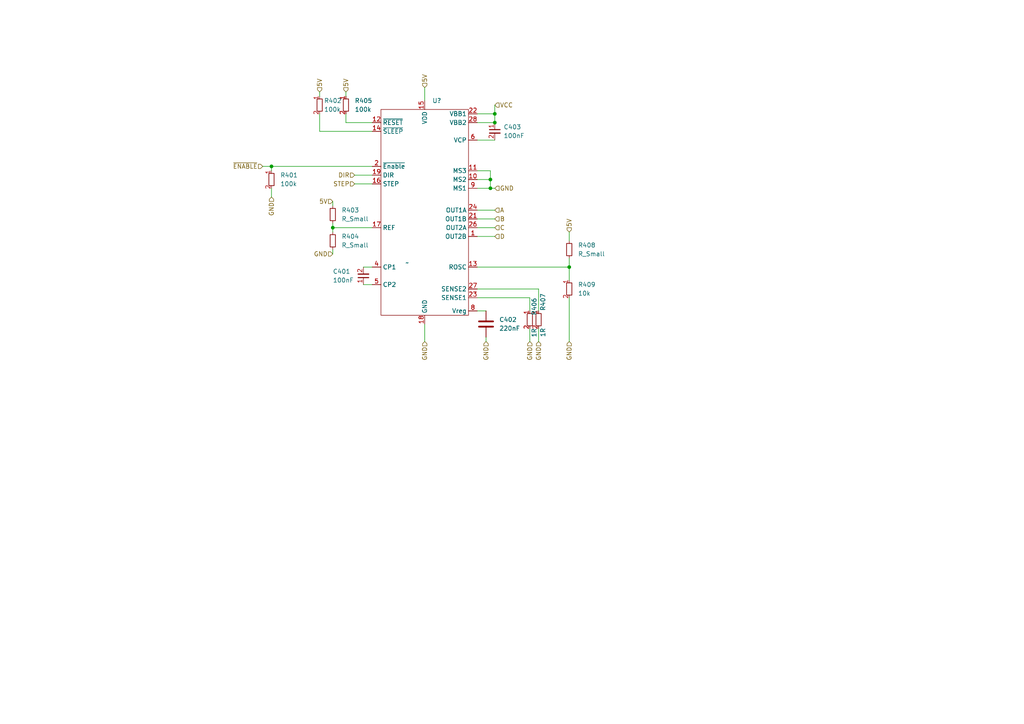
<source format=kicad_sch>
(kicad_sch (version 20230121) (generator eeschema)
  (paper "A4")
  (lib_symbols
    (symbol "Device:C" (pin_numbers hide) (pin_names (offset 0.254))
      (property "Reference" "C" (at 0.635 2.54 0))
      (property "Value" "C" (at 0.635 -2.54 0))
      (symbol "C_0_1"
        (polyline (pts (xy -2.032 -0.762) (xy 2.032 -0.762)) (stroke (width 0.508)))
        (polyline (pts (xy -2.032 0.762) (xy 2.032 0.762)) (stroke (width 0.508)))
      )
      (symbol "C_1_1"
        (pin passive line (at 0 3.81 270) (length 2.794) (name "~") (number "1"))
        (pin passive line (at 0 -3.81 90) (length 2.794) (name "~") (number "2"))
      )
    )
    (symbol "Device:R_Small" (pin_numbers hide) (pin_names (offset 0.254) hide)
      (property "Reference" "R" (at 0.762 0.508 0))
      (property "Value" "R_Small" (at 0.762 -1.016 0))
      (symbol "R_Small_0_1"
        (rectangle (start -0.762 1.778) (end 0.762 -1.778) (stroke (width 0.2032)))
      )
      (symbol "R_Small_1_1"
        (pin passive line (at 0 2.54 270) (length 0.762) (name "~") (number "1"))
        (pin passive line (at 0 -2.54 90) (length 0.762) (name "~") (number "2"))
      )
    )
    (symbol "capacitor_miscellaneous:C_0402_100nF"
      (property "Reference" "C" (at 1.27 2.54 0))
      (property "Value" "100nF" (at 3.81 -2.54 0))
      (symbol "C_0402_100nF_0_1"
        (polyline (pts (xy -1.524 -0.508) (xy 1.524 -0.508)) (stroke (width 0.3302)))
        (polyline (pts (xy -1.524 0.508) (xy 1.524 0.508)) (stroke (width 0.3048)))
      )
      (symbol "C_0402_100nF_1_1"
        (pin passive line (at 0 2.54 270) (length 2.032) (name "~") (number "1"))
        (pin passive line (at 0 -2.54 90) (length 2.032) (name "~") (number "2"))
      )
    )
    (symbol "custom_kicad_lib_sk:A4988"
      (property "Reference" "U" (at 2.54 6.35 0))
      (symbol "A4988_0_1"
        (rectangle (start -7.62 44.45) (end 17.78 -15.24))
      )
      (symbol "A4988_1_1"
        (pin input line (at 20.32 7.62 180) (length 2.54) (name "OUT2B") (number "1"))
        (pin input line (at 20.32 24.13 180) (length 2.54) (name "MS2") (number "10"))
        (pin input line (at 20.32 26.67 180) (length 2.54) (name "MS3") (number "11"))
        (pin input line (at -10.16 40.64 0) (length 2.54) (name "~{RESET}") (number "12"))
        (pin input line (at 20.32 -1.27 180) (length 2.54) (name "ROSC") (number "13"))
        (pin input line (at -10.16 38.1 0) (length 2.54) (name "~{SLEEP}") (number "14"))
        (pin power_in line (at 5.08 46.99 270) (length 2.54) (name "VDD") (number "15"))
        (pin input line (at -10.16 22.86 0) (length 2.54) (name "STEP") (number "16"))
        (pin input line (at -10.16 10.16 0) (length 2.54) (name "REF") (number "17"))
        (pin power_in line (at 5.08 -17.78 90) (length 2.54) (name "GND") (number "18"))
        (pin input line (at -10.16 25.4 0) (length 2.54) (name "DIR") (number "19"))
        (pin input line (at -10.16 27.94 0) (length 2.54) (name "~{Enable}") (number "2"))
        (pin no_connect line (at -7.62 -11.43 0) (length 2.54) hide (name "NC") (number "20"))
        (pin input line (at 20.32 12.7 180) (length 2.54) (name "OUT1B") (number "21"))
        (pin input line (at 20.32 43.18 180) (length 2.54) (name "VBB1") (number "22"))
        (pin input line (at 20.32 -10.16 180) (length 2.54) (name "SENSE1") (number "23"))
        (pin input line (at 20.32 15.24 180) (length 2.54) (name "OUT1A") (number "24"))
        (pin no_connect line (at -7.62 -13.97 0) (length 2.54) hide (name "NC") (number "25"))
        (pin input line (at 20.32 10.16 180) (length 2.54) (name "OUT2A") (number "26"))
        (pin input line (at 20.32 -7.62 180) (length 2.54) (name "SENSE2") (number "27"))
        (pin input line (at 20.32 40.64 180) (length 2.54) (name "VBB2") (number "28"))
        (pin power_in line (at 5.08 -17.78 90) (length 2.54) hide (name "GND") (number "29"))
        (pin power_in line (at 5.08 -17.78 90) (length 2.54) hide (name "GND") (number "3"))
        (pin input line (at -10.16 -1.27 0) (length 2.54) (name "CP1") (number "4"))
        (pin input line (at -10.16 -6.35 0) (length 2.54) (name "CP2") (number "5"))
        (pin input line (at 20.32 35.56 180) (length 2.54) (name "VCP") (number "6"))
        (pin no_connect line (at -7.62 -8.89 0) (length 2.54) hide (name "NC") (number "7"))
        (pin input line (at 20.32 -13.97 180) (length 2.54) (name "Vreg") (number "8"))
        (pin input line (at 20.32 21.59 180) (length 2.54) (name "MS1") (number "9"))
      )
    )
    (symbol "resistors_0603:R_100k_0603"
      (property "Reference" "R" (at 1.27 2.54 0))
      (property "Value" "100k" (at 2.54 -2.54 0))
      (symbol "R_100k_0603_0_1"
        (rectangle (start -0.762 1.778) (end 0.762 -1.778) (stroke (width 0.2032)))
      )
      (symbol "R_100k_0603_1_1"
        (pin passive line (at 0 2.54 270) (length 0.762) (name "~") (number "1"))
        (pin passive line (at 0 -2.54 90) (length 0.762) (name "~") (number "2"))
      )
    )
    (symbol "resistors_0603:R_10R_0603"
      (property "Reference" "R" (at 1.27 2.54 0))
      (property "Value" "10R" (at 2.54 -2.54 0))
      (symbol "R_10R_0603_0_1"
        (rectangle (start -0.762 1.778) (end 0.762 -1.778) (stroke (width 0.2032)))
      )
      (symbol "R_10R_0603_1_1"
        (pin passive line (at 0 2.54 270) (length 0.762) (name "~") (number "1"))
        (pin passive line (at 0 -2.54 90) (length 0.762) (name "~") (number "2"))
      )
    )
    (symbol "resistors_0603:R_10k_0603"
      (property "Reference" "R" (at 1.27 2.54 0))
      (property "Value" "10k" (at 2.54 -2.54 0))
      (symbol "R_10k_0603_0_1"
        (rectangle (start -0.762 1.778) (end 0.762 -1.778) (stroke (width 0.2032)))
      )
      (symbol "R_10k_0603_1_1"
        (pin passive line (at 0 2.54 270) (length 0.762) (name "~") (number "1"))
        (pin passive line (at 0 -2.54 90) (length 0.762) (name "~") (number "2"))
      )
    )
  )
  (junction (at 78.74 48.26))
  (junction (at 142.24 52.07))
  (junction (at 165.1 77.47))
  (junction (at 96.52 66.04))
  (junction (at 142.24 54.61))
  (junction (at 143.51 33.02))
  (junction (at 143.51 35.56))
  (wire (pts (xy 78.74 54.61) (xy 78.74 57.15)))
  (wire (pts (xy 107.95 48.26) (xy 78.74 48.26)))
  (wire (pts (xy 165.1 74.93) (xy 165.1 77.47)))
  (wire (pts (xy 138.43 86.36) (xy 153.67 86.36)))
  (wire (pts (xy 123.19 25.4) (xy 123.19 29.21)))
  (wire (pts (xy 143.51 68.58) (xy 138.43 68.58)))
  (wire (pts (xy 143.51 60.96) (xy 138.43 60.96)))
  (wire (pts (xy 143.51 66.04) (xy 138.43 66.04)))
  (wire (pts (xy 102.87 53.34) (xy 107.95 53.34)))
  (wire (pts (xy 153.67 86.36) (xy 153.67 90.17)))
  (wire (pts (xy 92.71 26.67) (xy 92.71 27.94)))
  (wire (pts (xy 105.41 77.47) (xy 107.95 77.47)))
  (wire (pts (xy 143.51 40.64) (xy 138.43 40.64)))
  (wire (pts (xy 107.95 35.56) (xy 100.33 35.56)))
  (wire (pts (xy 165.1 67.31) (xy 165.1 69.85)))
  (wire (pts (xy 156.21 95.25) (xy 156.21 99.06)))
  (wire (pts (xy 156.21 83.82) (xy 156.21 90.17)))
  (wire (pts (xy 143.51 63.5) (xy 138.43 63.5)))
  (wire (pts (xy 138.43 35.56) (xy 143.51 35.56)))
  (wire (pts (xy 153.67 95.25) (xy 153.67 99.06)))
  (wire (pts (xy 143.51 30.48) (xy 143.51 33.02)))
  (wire (pts (xy 100.33 26.67) (xy 100.33 27.94)))
  (wire (pts (xy 142.24 54.61) (xy 143.51 54.61)))
  (wire (pts (xy 78.74 48.26) (xy 78.74 49.53)))
  (wire (pts (xy 138.43 52.07) (xy 142.24 52.07)))
  (wire (pts (xy 123.19 93.98) (xy 123.19 99.06)))
  (wire (pts (xy 96.52 64.77) (xy 96.52 66.04)))
  (wire (pts (xy 142.24 49.53) (xy 142.24 52.07)))
  (wire (pts (xy 96.52 58.42) (xy 96.52 59.69)))
  (wire (pts (xy 105.41 82.55) (xy 107.95 82.55)))
  (wire (pts (xy 143.51 33.02) (xy 143.51 35.56)))
  (wire (pts (xy 142.24 52.07) (xy 142.24 54.61)))
  (wire (pts (xy 138.43 90.17) (xy 140.97 90.17)))
  (wire (pts (xy 138.43 83.82) (xy 156.21 83.82)))
  (wire (pts (xy 138.43 33.02) (xy 143.51 33.02)))
  (wire (pts (xy 92.71 33.02) (xy 92.71 38.1)))
  (wire (pts (xy 96.52 72.39) (xy 96.52 73.66)))
  (wire (pts (xy 165.1 81.28) (xy 165.1 77.47)))
  (wire (pts (xy 102.87 50.8) (xy 107.95 50.8)))
  (wire (pts (xy 107.95 38.1) (xy 92.71 38.1)))
  (wire (pts (xy 142.24 49.53) (xy 138.43 49.53)))
  (wire (pts (xy 100.33 35.56) (xy 100.33 33.02)))
  (wire (pts (xy 140.97 97.79) (xy 140.97 99.06)))
  (wire (pts (xy 96.52 66.04) (xy 96.52 67.31)))
  (wire (pts (xy 165.1 86.36) (xy 165.1 99.06)))
  (wire (pts (xy 76.2 48.26) (xy 78.74 48.26)))
  (wire (pts (xy 96.52 66.04) (xy 107.95 66.04)))
  (wire (pts (xy 165.1 77.47) (xy 138.43 77.47)))
  (wire (pts (xy 138.43 54.61) (xy 142.24 54.61)))
  (hierarchical_label "GND" (shape input) (at 123.19 99.06 270))
  (hierarchical_label "D" (shape input) (at 143.51 68.58 0))
  (hierarchical_label "B" (shape input) (at 143.51 63.5 0))
  (hierarchical_label "GND" (shape input) (at 156.21 99.06 270))
  (hierarchical_label "GND" (shape input) (at 165.1 99.06 270))
  (hierarchical_label "5V" (shape input) (at 92.71 26.67 90))
  (hierarchical_label "GND" (shape input) (at 153.67 99.06 270))
  (hierarchical_label "~{ENABLE}" (shape input) (at 76.2 48.26 180))
  (hierarchical_label "GND" (shape input) (at 140.97 99.06 270))
  (hierarchical_label "5V" (shape input) (at 96.52 58.42 180))
  (hierarchical_label "STEP" (shape input) (at 102.87 53.34 180))
  (hierarchical_label "C" (shape input) (at 143.51 66.04 0))
  (hierarchical_label "DIR" (shape input) (at 102.87 50.8 180))
  (hierarchical_label "GND" (shape input) (at 143.51 54.61 0))
  (hierarchical_label "GND" (shape input) (at 78.74 57.15 270))
  (hierarchical_label "A" (shape input) (at 143.51 60.96 0))
  (hierarchical_label "5V" (shape input) (at 123.19 25.4 90))
  (hierarchical_label "GND" (shape input) (at 96.52 73.66 180))
  (hierarchical_label "VCC" (shape input) (at 143.51 30.48 0))
  (hierarchical_label "5V" (shape input) (at 165.1 67.31 90))
  (hierarchical_label "5V" (shape input) (at 100.33 26.67 90))
  (symbol (lib_id "Device:C") (at 140.97 93.98 0) (unit 1)
    (property "Reference" "C402" (at 144.78 92.71 0) (effects (justify left)))
    (property "Value" "220nF" (at 144.78 95.25 0) (effects (justify left)))
    (property "Footprint" "Capacitor_SMD:C_0603_1608Metric" (effects hide))
    (property "JLCPCB Part#" "C21120" (effects hide))
  )
  (symbol (lib_id "capacitor_miscellaneous:C_0402_100nF") (at 105.41 80.01 180) (unit 1)
    (property "Reference" "C401" (at 96.52 78.74 0) (effects (justify right)))
    (property "Value" "100nF" (at 96.52 81.28 0) (effects (justify right)))
    (property "Footprint" "Capacitor_SMD:C_0402_1005Metric" (effects hide))
    (property "JLCPCB Part#" "C307331" (effects hide))
  )
  (symbol (lib_id "resistors_0603:R_10R_0603") (at 156.21 92.71 0) (unit 1)
    (property "Reference" "R407" (at 157.48 90.17 90) (effects (justify left)))
    (property "Value" "1R" (at 157.48 97.79 90) (effects (justify left)))
    (property "Footprint" "Resistor_SMD:R_0402_1005Metric" (effects hide))
    (property "JLCPCB Part#" "C22936" (effects hide))
  )
  (symbol (lib_id "Device:R_Small") (at 165.1 72.39 0) (unit 1)
    (property "Reference" "R408" (at 167.64 71.12 0) (effects (justify left)))
    (property "Value" "R_Small" (at 167.64 73.66 0) (effects (justify left)))
    (property "Footprint" "Resistor_SMD:R_0402_1005Metric" (effects hide))
  )
  (symbol (lib_id "resistors_0603:R_10k_0603") (at 165.1 83.82 0) (unit 1)
    (property "Reference" "R409" (at 167.64 82.55 0) (effects (justify left)))
    (property "Value" "10k" (at 167.64 85.09 0) (effects (justify left)))
    (property "Footprint" "Resistor_SMD:R_0402_1005Metric" (effects hide))
    (property "JLCPCB Part#" "C25804" (effects hide))
  )
  (symbol (lib_id "resistors_0603:R_100k_0603") (at 100.33 30.48 0) (unit 1)
    (property "Reference" "R405" (at 102.87 29.21 0) (effects (justify left)))
    (property "Value" "100k" (at 102.87 31.75 0) (effects (justify left)))
    (property "Footprint" "Resistor_SMD:R_0402_1005Metric" (effects hide))
    (property "JLCPCB Part#" "C25803" (effects hide))
  )
  (symbol (lib_id "Device:R_Small") (at 96.52 62.23 0) (unit 1)
    (property "Reference" "R403" (at 99.06 60.96 0) (effects (justify left)))
    (property "Value" "R_Small" (at 99.06 63.5 0) (effects (justify left)))
    (property "Footprint" "Resistor_SMD:R_0402_1005Metric" (effects hide))
  )
  (symbol (lib_id "resistors_0603:R_10R_0603") (at 153.67 92.71 0) (unit 1)
    (property "Reference" "R406" (at 154.94 88.9 90))
    (property "Value" "1R" (at 154.94 96.52 90))
    (property "Footprint" "Resistor_SMD:R_0402_1005Metric" (effects hide))
    (property "JLCPCB Part#" "C22936" (effects hide))
  )
  (symbol (lib_id "Device:R_Small") (at 96.52 69.85 0) (unit 1)
    (property "Reference" "R404" (at 99.06 68.58 0) (effects (justify left)))
    (property "Value" "R_Small" (at 99.06 71.12 0) (effects (justify left)))
    (property "Footprint" "Resistor_SMD:R_0402_1005Metric" (effects hide))
  )
  (symbol (lib_id "capacitor_miscellaneous:C_0402_100nF") (at 143.51 38.1 0) (unit 1)
    (property "Reference" "C403" (at 146.05 36.8363 0) (effects (justify left)))
    (property "Value" "100nF" (at 146.05 39.3763 0) (effects (justify left)))
    (property "Footprint" "Capacitor_SMD:C_0402_1005Metric" (effects hide))
    (property "JLCPCB Part#" "C307331" (effects hide))
  )
  (symbol (lib_id "custom_kicad_lib_sk:A4988") (at 118.11 76.2 0) (unit 1)
    (property "Reference" "U?" (at 125.3841 29.21 0) (effects (justify left)))
    (property "Value" "~" (at 118.11 76.2 0))
    (property "Footprint" "custom_kicad_lib_sk:a4988" (effects hide))
    (property "JLCPCB Part#" "C38437" (effects hide))
    (instances (project "pantoGraph" (path "" (reference "U?") (unit 1)) (path "" (reference "U401") (unit 1))))
  )
  (symbol (lib_id "resistors_0603:R_100k_0603") (at 92.71 30.48 0) (unit 1)
    (property "Reference" "R402" (at 93.98 29.21 0) (effects (justify left)))
    (property "Value" "100k" (at 93.98 31.75 0) (effects (justify left)))
    (property "Footprint" "Resistor_SMD:R_0402_1005Metric" (effects hide))
    (property "JLCPCB Part#" "C25803" (effects hide))
  )
  (symbol (lib_id "resistors_0603:R_100k_0603") (at 78.74 52.07 0) (unit 1)
    (property "Reference" "R401" (at 81.28 50.8 0) (effects (justify left)))
    (property "Value" "100k" (at 81.28 53.34 0) (effects (justify left)))
    (property "Footprint" "Resistor_SMD:R_0402_1005Metric" (effects hide))
    (property "JLCPCB Part#" "C25803" (effects hide))
  )
)
</source>
